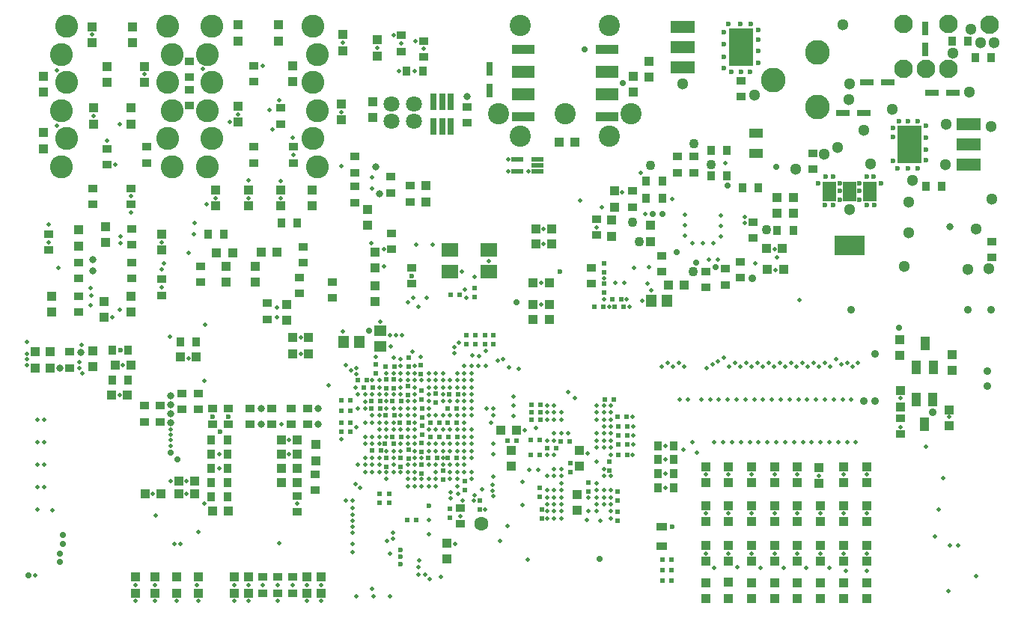
<source format=gbs>
G04 Layer_Color=16711935*
%FSLAX44Y44*%
%MOMM*%
G71*
G01*
G75*
%ADD71C,0.8000*%
%ADD73C,0.5000*%
%ADD74C,0.6000*%
%ADD87C,0.7000*%
%ADD116R,1.1000X1.1000*%
%ADD117R,1.1000X1.1000*%
%ADD118R,0.9000X1.1000*%
%ADD120R,1.1000X0.9000*%
%ADD138R,1.3400X0.5400*%
%ADD139R,1.2446X1.3716*%
%ADD141R,0.5900X0.4900*%
%ADD142R,1.6000X0.7000*%
%ADD149R,0.7000X1.6000*%
%ADD154C,0.1000*%
%ADD155C,2.1000*%
%ADD156C,2.6000*%
%ADD157C,1.8000*%
%ADD158C,2.4000*%
%ADD159C,2.8000*%
%ADD160C,0.9000*%
%ADD161C,1.3000*%
%ADD162C,1.1000*%
%ADD163R,1.1000X1.6000*%
%ADD164R,0.4900X0.5900*%
%ADD165R,2.6000X1.1160*%
%ADD166R,2.6000X1.3700*%
%ADD167R,2.8000X1.4000*%
%ADD168R,2.8000X4.2000*%
%ADD169R,3.4000X2.3000*%
%ADD170R,1.5000X2.3000*%
%ADD171R,1.5000X1.1000*%
%ADD172R,0.7000X1.9000*%
%ADD173R,1.9000X1.5000*%
%ADD174R,1.3016X0.9016*%
%ADD175R,1.3716X1.2446*%
%ADD176C,1.6000*%
D71*
X314000Y951250D02*
D03*
X1320000Y1112000D02*
D03*
X337000Y969000D02*
D03*
X439000Y890000D02*
D03*
X541000Y906000D02*
D03*
Y888000D02*
D03*
X606000Y906000D02*
D03*
Y888000D02*
D03*
X439000Y910000D02*
D03*
Y900000D02*
D03*
Y920000D02*
D03*
X675000Y1149000D02*
D03*
X671000Y1179000D02*
D03*
X774000Y1259000D02*
D03*
X351000Y1062000D02*
D03*
X351000Y1074700D02*
D03*
D73*
X872800Y869551D02*
D03*
X675002Y841999D02*
D03*
X667002D02*
D03*
X659002D02*
D03*
X651002D02*
D03*
X864630Y869720D02*
D03*
X713250Y1031000D02*
D03*
X728250D02*
D03*
X716750Y1091000D02*
D03*
X735250D02*
D03*
X712500Y970000D02*
D03*
X1122000Y1086553D02*
D03*
X872796Y789554D02*
D03*
X864796D02*
D03*
X928800Y893550D02*
D03*
X920799Y861549D02*
D03*
X920796Y845554D02*
D03*
X928796Y837550D02*
D03*
X771000Y890000D02*
D03*
X839550Y881650D02*
D03*
X562000Y753750D02*
D03*
X637000Y802000D02*
D03*
X645000D02*
D03*
X645000Y793000D02*
D03*
X648000Y820000D02*
D03*
X827140Y919190D02*
D03*
X852500Y884250D02*
D03*
X801500Y890000D02*
D03*
X844921Y836666D02*
D03*
X855074D02*
D03*
X659000Y922000D02*
D03*
X651000D02*
D03*
X961750Y853750D02*
D03*
X924798Y779048D02*
D03*
X920800Y789554D02*
D03*
X909800Y779804D02*
D03*
X911800Y789554D02*
D03*
X819750Y773167D02*
D03*
X864800Y909550D02*
D03*
X920796Y821550D02*
D03*
X880796Y821554D02*
D03*
X920796Y797550D02*
D03*
X928796D02*
D03*
X962000Y864900D02*
D03*
X962500Y875250D02*
D03*
X936800Y869550D02*
D03*
X928800D02*
D03*
X872800Y853550D02*
D03*
Y837554D02*
D03*
X779000Y882001D02*
D03*
X804273Y854006D02*
D03*
X778998Y874002D02*
D03*
X804280Y866000D02*
D03*
X880796Y781554D02*
D03*
X1123050Y1062800D02*
D03*
X927000Y1134000D02*
D03*
X480000Y1137000D02*
D03*
X527000Y1164000D02*
D03*
X980000Y1066000D02*
D03*
X1319000Y699010D02*
D03*
X1350000Y716000D02*
D03*
X941998Y1047998D02*
D03*
X963000Y1065000D02*
D03*
X676000Y1004000D02*
D03*
X687000Y989000D02*
D03*
X921000Y1111000D02*
D03*
X861000Y1109000D02*
D03*
Y1092000D02*
D03*
X649000Y885000D02*
D03*
X643000Y949000D02*
D03*
X637000Y955000D02*
D03*
X683000Y826000D02*
D03*
X683000Y834000D02*
D03*
X691000D02*
D03*
X698995Y834005D02*
D03*
X671000Y964500D02*
D03*
X675000Y866000D02*
D03*
X683000Y874000D02*
D03*
X659000Y874000D02*
D03*
X683000Y882000D02*
D03*
X837300Y797050D02*
D03*
X763000Y882000D02*
D03*
X928796Y829550D02*
D03*
X880796Y877554D02*
D03*
X872796Y877550D02*
D03*
X961500Y896750D02*
D03*
X962000Y885500D02*
D03*
X438000Y987000D02*
D03*
X478000Y1001000D02*
D03*
X1039000Y916000D02*
D03*
X1070800Y953000D02*
D03*
X1045400Y952000D02*
D03*
X1051750Y956200D02*
D03*
X1058100Y959000D02*
D03*
X1064450Y963200D02*
D03*
X795000Y971000D02*
D03*
X780000Y966000D02*
D03*
X771000Y954000D02*
D03*
X560000Y688000D02*
D03*
X421000D02*
D03*
X399000D02*
D03*
X609000D02*
D03*
X593000D02*
D03*
X527000D02*
D03*
X511000D02*
D03*
X470000Y688000D02*
D03*
X446000Y688000D02*
D03*
X779002Y938002D02*
D03*
X794999Y953998D02*
D03*
X771000Y850000D02*
D03*
Y842000D02*
D03*
X779000Y898000D02*
D03*
X771000D02*
D03*
Y906000D02*
D03*
X779000D02*
D03*
X837299Y822696D02*
D03*
X936800Y909550D02*
D03*
X928800Y901550D02*
D03*
X936800D02*
D03*
X920800Y877550D02*
D03*
Y869550D02*
D03*
X936796Y813550D02*
D03*
X928796D02*
D03*
X920796Y805550D02*
D03*
X928796D02*
D03*
X936796D02*
D03*
Y797550D02*
D03*
Y789550D02*
D03*
Y781550D02*
D03*
X864796Y781554D02*
D03*
X880796Y789554D02*
D03*
X872796Y797554D02*
D03*
X864796D02*
D03*
Y805554D02*
D03*
X872796D02*
D03*
X880796Y813554D02*
D03*
X872796D02*
D03*
X864796D02*
D03*
X880796Y805554D02*
D03*
X864796Y829554D02*
D03*
X872796D02*
D03*
X888796Y877550D02*
D03*
X864800Y893550D02*
D03*
Y901550D02*
D03*
X872800D02*
D03*
X880800Y893550D02*
D03*
Y901550D02*
D03*
X864800Y853550D02*
D03*
X880796Y797554D02*
D03*
X804280Y829050D02*
D03*
X827140Y897617D02*
D03*
X872800Y893550D02*
D03*
X804277Y897990D02*
D03*
X920800Y909550D02*
D03*
X928800D02*
D03*
X827138Y909554D02*
D03*
X928800Y861550D02*
D03*
X936800Y853550D02*
D03*
Y861550D02*
D03*
X928800Y885550D02*
D03*
X936800Y877550D02*
D03*
X928800D02*
D03*
X770999Y921998D02*
D03*
X779000Y922000D02*
D03*
Y850000D02*
D03*
X771000Y858000D02*
D03*
X778999Y913998D02*
D03*
X771000Y930000D02*
D03*
X779000Y858000D02*
D03*
X707000Y866000D02*
D03*
X715000Y882000D02*
D03*
Y890000D02*
D03*
Y866000D02*
D03*
X731000Y866000D02*
D03*
X739000D02*
D03*
X731000Y882000D02*
D03*
X675000Y898000D02*
D03*
X707000D02*
D03*
X715000D02*
D03*
Y922000D02*
D03*
X731000Y914000D02*
D03*
X763000Y818000D02*
D03*
X747000Y882000D02*
D03*
Y898000D02*
D03*
X755000Y882000D02*
D03*
X747000Y914000D02*
D03*
X674999Y881998D02*
D03*
X722999Y849998D02*
D03*
X747000Y858000D02*
D03*
X699000Y866000D02*
D03*
X771000Y882000D02*
D03*
X731000Y842000D02*
D03*
X746999Y945998D02*
D03*
X763000Y842000D02*
D03*
X699000Y882000D02*
D03*
X715000Y874000D02*
D03*
X746998Y865998D02*
D03*
X763000Y826000D02*
D03*
X770999Y945998D02*
D03*
X738999Y857998D02*
D03*
X691000Y842000D02*
D03*
X779000Y834000D02*
D03*
X683000Y858000D02*
D03*
Y906000D02*
D03*
X699000Y930000D02*
D03*
X715000Y850000D02*
D03*
Y930000D02*
D03*
X739000D02*
D03*
X747000D02*
D03*
X754998Y929998D02*
D03*
X763000Y930000D02*
D03*
X770999Y913998D02*
D03*
X706999Y825998D02*
D03*
Y841998D02*
D03*
X739000Y842000D02*
D03*
X771000Y834000D02*
D03*
X747000Y842000D02*
D03*
X658999Y833999D02*
D03*
X715000Y834000D02*
D03*
X755000Y826000D02*
D03*
X667000Y922000D02*
D03*
X691000Y850000D02*
D03*
X690999Y889998D02*
D03*
X731000Y930000D02*
D03*
X763000Y834000D02*
D03*
X666999Y833999D02*
D03*
X763000Y898000D02*
D03*
X778999Y929998D02*
D03*
X715000Y842000D02*
D03*
X707000Y882000D02*
D03*
X723000Y826000D02*
D03*
X699000Y906000D02*
D03*
X731000Y898000D02*
D03*
X739000Y882000D02*
D03*
X698999Y897998D02*
D03*
X691000Y906000D02*
D03*
X730999Y921998D02*
D03*
X683000Y890000D02*
D03*
X699000Y858000D02*
D03*
X763000Y914000D02*
D03*
X762999Y857998D02*
D03*
X771000Y866000D02*
D03*
X747000Y850000D02*
D03*
X691000Y858000D02*
D03*
Y882000D02*
D03*
X715000Y858000D02*
D03*
X731000Y906000D02*
D03*
X715000Y914000D02*
D03*
X754999Y865998D02*
D03*
X739000Y898000D02*
D03*
X755000D02*
D03*
Y842000D02*
D03*
Y858000D02*
D03*
Y914000D02*
D03*
X763000Y866000D02*
D03*
X747000Y922000D02*
D03*
X771000Y874000D02*
D03*
X779000Y826000D02*
D03*
X755000Y834000D02*
D03*
X715002Y817999D02*
D03*
X738999Y817998D02*
D03*
X731002Y817999D02*
D03*
X723002D02*
D03*
X707002D02*
D03*
X755500Y804000D02*
D03*
X684000Y756000D02*
D03*
X690000Y765000D02*
D03*
Y759000D02*
D03*
X738999Y825998D02*
D03*
X731002Y825996D02*
D03*
X739000Y834000D02*
D03*
X687000Y742000D02*
D03*
Y693000D02*
D03*
X668000D02*
D03*
X649000Y693000D02*
D03*
X714999Y825998D02*
D03*
X645000Y743000D02*
D03*
X477000Y798000D02*
D03*
X494000Y838000D02*
D03*
X1021000Y1101250D02*
D03*
Y1113250D02*
D03*
Y1125250D02*
D03*
X1048000Y1074000D02*
D03*
X443000Y753000D02*
D03*
X450000D02*
D03*
X559000Y1009000D02*
D03*
Y1020600D02*
D03*
X335502Y958502D02*
D03*
X339000Y946000D02*
D03*
X632000Y1241500D02*
D03*
X633434Y1319907D02*
D03*
X632000Y1180000D02*
D03*
X667000Y1155000D02*
D03*
Y1167700D02*
D03*
X276000Y968000D02*
D03*
Y955000D02*
D03*
Y961500D02*
D03*
Y981000D02*
D03*
X373000Y1009000D02*
D03*
X348000Y1042300D02*
D03*
X301000Y1114000D02*
D03*
X429000Y1063000D02*
D03*
X376000Y1182000D02*
D03*
X301000Y1094000D02*
D03*
X429000Y1043000D02*
D03*
X381000Y1228000D02*
D03*
X394000Y1146000D02*
D03*
X350000Y1329000D02*
D03*
X367000Y1209000D02*
D03*
X409000Y1284000D02*
D03*
X352000Y1237000D02*
D03*
X310000Y1289000D02*
D03*
X382000Y1101000D02*
D03*
X820696Y1174500D02*
D03*
Y1187500D02*
D03*
X844000Y1174500D02*
D03*
X1041000Y1092750D02*
D03*
X1053000D02*
D03*
X1029000D02*
D03*
X1061000Y1100750D02*
D03*
Y1112750D02*
D03*
Y1124750D02*
D03*
X1074000Y868000D02*
D03*
X1064000D02*
D03*
X459000Y1082000D02*
D03*
X475000Y1290000D02*
D03*
X515000Y1239000D02*
D03*
X543000Y1294000D02*
D03*
X562000Y1255000D02*
D03*
X577000Y1212000D02*
D03*
X506000Y1230000D02*
D03*
X527000Y1144000D02*
D03*
X563000D02*
D03*
X554000Y1222000D02*
D03*
X563000Y1163000D02*
D03*
X490000Y1144000D02*
D03*
X666999Y897998D02*
D03*
X730999Y857998D02*
D03*
X707000Y874000D02*
D03*
X675000Y850000D02*
D03*
X778998Y945998D02*
D03*
X286000Y717000D02*
D03*
X394000Y1128000D02*
D03*
X421000Y706000D02*
D03*
X399000D02*
D03*
X288000Y867600D02*
D03*
X296000Y816800D02*
D03*
X288000D02*
D03*
Y791400D02*
D03*
X511000Y706000D02*
D03*
X593000D02*
D03*
X609000D02*
D03*
X560000D02*
D03*
X577000D02*
D03*
X543000D02*
D03*
X527000D02*
D03*
X336000Y952000D02*
D03*
X675000Y890000D02*
D03*
X658997Y890000D02*
D03*
X673000Y1314000D02*
D03*
X551000Y1244000D02*
D03*
X700000Y1319000D02*
D03*
X691000Y1328000D02*
D03*
X716000Y1322000D02*
D03*
X725000Y1313000D02*
D03*
X578000Y1193000D02*
D03*
X697000Y1288000D02*
D03*
X715000D02*
D03*
X680000Y1086000D02*
D03*
X659000Y850000D02*
D03*
X667000D02*
D03*
X645000Y779000D02*
D03*
Y786000D02*
D03*
Y772000D02*
D03*
X667000Y890000D02*
D03*
X653000Y816000D02*
D03*
X439000Y882000D02*
D03*
Y876000D02*
D03*
Y870000D02*
D03*
Y864000D02*
D03*
X666000Y1093000D02*
D03*
X296000Y893000D02*
D03*
X288000D02*
D03*
X296000Y867600D02*
D03*
X381000Y921000D02*
D03*
X385000Y955000D02*
D03*
X494000Y854000D02*
D03*
X459000Y963000D02*
D03*
X645000Y765000D02*
D03*
X573000Y870000D02*
D03*
Y854000D02*
D03*
X582000Y798000D02*
D03*
X618000Y932000D02*
D03*
X457000Y809000D02*
D03*
X422000Y785000D02*
D03*
X586000Y986000D02*
D03*
Y968000D02*
D03*
X564000Y888000D02*
D03*
X457000Y824000D02*
D03*
X419000Y809000D02*
D03*
X439000Y824000D02*
D03*
X1006500Y1143000D02*
D03*
X976000Y1126000D02*
D03*
X1088000Y1116000D02*
D03*
X1088000Y1123000D02*
D03*
X1150000Y1029000D02*
D03*
X1066000Y1184000D02*
D03*
X1094000Y868000D02*
D03*
X719000Y726000D02*
D03*
X719000Y718000D02*
D03*
X720000Y734000D02*
D03*
X732000Y713000D02*
D03*
X727000Y718000D02*
D03*
X288000Y842200D02*
D03*
X296000D02*
D03*
X305000Y791000D02*
D03*
X645000Y753000D02*
D03*
X764250Y809000D02*
D03*
X731000Y764000D02*
D03*
X1077150Y957200D02*
D03*
X1089850D02*
D03*
X1102550D02*
D03*
X1115250D02*
D03*
X1127950D02*
D03*
X1140650D02*
D03*
X1153350D02*
D03*
X1166050D02*
D03*
X1178750D02*
D03*
X1191450Y962200D02*
D03*
X1204150Y957200D02*
D03*
X1059000Y916000D02*
D03*
X1084000Y868000D02*
D03*
X1114000D02*
D03*
X1104000D02*
D03*
X1194000D02*
D03*
X1144000D02*
D03*
X1204000D02*
D03*
X1214000D02*
D03*
X1079000Y916000D02*
D03*
X1109000D02*
D03*
X1099000D02*
D03*
X1089000D02*
D03*
X1159000Y916000D02*
D03*
X1179000Y916000D02*
D03*
X1169000D02*
D03*
X1199000D02*
D03*
X1189000Y916000D02*
D03*
X1209000Y916000D02*
D03*
X1049000D02*
D03*
X1054000Y868000D02*
D03*
X1083500Y953000D02*
D03*
X1121600D02*
D03*
X1134300D02*
D03*
X1108900D02*
D03*
X1096200D02*
D03*
X1172400D02*
D03*
X1185100D02*
D03*
X1159700D02*
D03*
X1210500D02*
D03*
X1197800Y956000D02*
D03*
X1007300Y953000D02*
D03*
X994600D02*
D03*
X1020000D02*
D03*
X1013650Y957200D02*
D03*
X1000950D02*
D03*
X1147000Y953000D02*
D03*
X755250Y811000D02*
D03*
X787000Y954000D02*
D03*
X779000D02*
D03*
X788000Y965000D02*
D03*
X1216350Y957200D02*
D03*
X762998Y945998D02*
D03*
X1069000Y916000D02*
D03*
X731000Y946000D02*
D03*
X738999Y945998D02*
D03*
X723000Y938000D02*
D03*
X739001Y937998D02*
D03*
X747001D02*
D03*
X755001D02*
D03*
X731001D02*
D03*
X771001D02*
D03*
X763000Y938000D02*
D03*
X895971Y917460D02*
D03*
X680000Y1067000D02*
D03*
X718998Y1020998D02*
D03*
X707750Y1026000D02*
D03*
X858000Y1024000D02*
D03*
X694000Y989000D02*
D03*
X701000D02*
D03*
X858000Y1048000D02*
D03*
X799000Y1073000D02*
D03*
X773000Y1031000D02*
D03*
X772000Y1040920D02*
D03*
X783000Y1055000D02*
D03*
X1184000Y868000D02*
D03*
X1174000D02*
D03*
X1164000D02*
D03*
X1139000Y916000D02*
D03*
X1149000Y916000D02*
D03*
X1154000Y868000D02*
D03*
X1129000Y916000D02*
D03*
X1119000Y916000D02*
D03*
X1124000Y868000D02*
D03*
X1134000D02*
D03*
X1044000Y742000D02*
D03*
X1069973Y742000D02*
D03*
X1096000Y742000D02*
D03*
X1122000D02*
D03*
X1148000D02*
D03*
X1174000D02*
D03*
X1200000D02*
D03*
X1226000D02*
D03*
X1226000Y787000D02*
D03*
X1200000D02*
D03*
X1174000D02*
D03*
X1148000D02*
D03*
X1122000D02*
D03*
X1096000D02*
D03*
X1069974Y787000D02*
D03*
X1044000Y787000D02*
D03*
X1226000Y831000D02*
D03*
X1200000D02*
D03*
X1148000D02*
D03*
X1122000D02*
D03*
X1096000D02*
D03*
X1069974Y831000D02*
D03*
X1044000Y831000D02*
D03*
X1172000Y830000D02*
D03*
X1053973Y725974D02*
D03*
X1080000Y726046D02*
D03*
X1106000Y725974D02*
D03*
X1132000D02*
D03*
X1157973D02*
D03*
X1183973Y725974D02*
D03*
X1202973Y721973D02*
D03*
X1225974Y721973D02*
D03*
X815000Y962000D02*
D03*
X769000Y802000D02*
D03*
X768000Y1061000D02*
D03*
X952000Y1048000D02*
D03*
X1293000Y863000D02*
D03*
X999000Y816000D02*
D03*
X1034000Y856000D02*
D03*
X1029000Y868000D02*
D03*
X1019000Y859000D02*
D03*
X1303500Y761500D02*
D03*
X1313000Y827000D02*
D03*
X1320000Y751000D02*
D03*
X1330000D02*
D03*
X1015000Y916000D02*
D03*
X1024000Y916000D02*
D03*
X999000Y864000D02*
D03*
Y848000D02*
D03*
Y832000D02*
D03*
X978000Y1047000D02*
D03*
X1125000Y1077000D02*
D03*
X1100000Y1070000D02*
D03*
X1058000Y1074000D02*
D03*
X1308000Y792000D02*
D03*
X745000Y715000D02*
D03*
X667000Y702000D02*
D03*
X949750Y1150500D02*
D03*
X649000Y945000D02*
D03*
Y952000D02*
D03*
X659000Y866000D02*
D03*
X667000Y866000D02*
D03*
X667000Y874000D02*
D03*
X675000Y874000D02*
D03*
X632080Y871000D02*
D03*
X971000Y1173000D02*
D03*
X761000Y752750D02*
D03*
X429000Y1094000D02*
D03*
X382000Y1093100D02*
D03*
X348000Y1023000D02*
D03*
X338484Y978000D02*
D03*
X465000Y1103000D02*
D03*
X431000Y1070000D02*
D03*
X381000Y1018000D02*
D03*
X310000Y1226000D02*
D03*
X469000Y706000D02*
D03*
X470000Y766000D02*
D03*
X888810Y924540D02*
D03*
X803500Y807000D02*
D03*
X910752Y855502D02*
D03*
X674999Y833999D02*
D03*
X707000Y834000D02*
D03*
X920796Y813550D02*
D03*
X911250Y805250D02*
D03*
X880800Y829554D02*
D03*
Y837554D02*
D03*
X779000Y866000D02*
D03*
X936796Y829550D02*
D03*
X1319500Y896500D02*
D03*
X1264250Y918000D02*
D03*
Y884750D02*
D03*
X699000Y922000D02*
D03*
X675000Y938000D02*
D03*
X667000D02*
D03*
X683000Y914000D02*
D03*
X674999Y929998D02*
D03*
X675000Y922000D02*
D03*
X691000Y922000D02*
D03*
X683000Y922000D02*
D03*
X658999Y905998D02*
D03*
X651000Y906000D02*
D03*
X658800Y913900D02*
D03*
X707000Y906000D02*
D03*
X715000D02*
D03*
X707000Y914000D02*
D03*
X634000Y993250D02*
D03*
X648250Y929750D02*
D03*
X682999Y945998D02*
D03*
X691000Y963500D02*
D03*
X699000Y962000D02*
D03*
X715000Y954000D02*
D03*
X722000Y964000D02*
D03*
X699000Y954000D02*
D03*
X715000Y946000D02*
D03*
X707000D02*
D03*
X699000D02*
D03*
X691000D02*
D03*
X715000Y938000D02*
D03*
X706999Y937998D02*
D03*
X698999D02*
D03*
X687919Y976169D02*
D03*
X794500Y791750D02*
D03*
X731187Y779563D02*
D03*
X929000Y1053625D02*
D03*
X954500Y1029250D02*
D03*
X934875Y1020750D02*
D03*
X929000Y1029250D02*
D03*
X982419Y1039919D02*
D03*
X972123Y1028127D02*
D03*
X822000Y952750D02*
D03*
X958000Y1020750D02*
D03*
X936800Y885550D02*
D03*
X872800Y909550D02*
D03*
X936800Y893550D02*
D03*
X809000Y960000D02*
D03*
X832250Y951000D02*
D03*
X796660Y906002D02*
D03*
X804280D02*
D03*
X803290Y819380D02*
D03*
X803270Y813030D02*
D03*
X791140Y814710D02*
D03*
X811830Y756420D02*
D03*
X766750Y783750D02*
D03*
X783000Y808000D02*
D03*
X760000Y975679D02*
D03*
X760037Y968297D02*
D03*
X765000Y980500D02*
D03*
X781538Y801462D02*
D03*
X842420Y734750D02*
D03*
X920796Y901550D02*
D03*
X920800Y893550D02*
D03*
X872796Y781554D02*
D03*
X466250Y1116250D02*
D03*
X477000Y937000D02*
D03*
X901750Y1141500D02*
D03*
X312000Y1065000D02*
D03*
X349250Y1033500D02*
D03*
D74*
X1242750Y1161000D02*
D03*
X1234250Y1168500D02*
D03*
X1226000D02*
D03*
X1218250Y1161000D02*
D03*
Y1152000D02*
D03*
X1226000Y1136000D02*
D03*
X1235000D02*
D03*
X1218250Y1142000D02*
D03*
X1195750D02*
D03*
X699000Y746000D02*
D03*
Y738000D02*
D03*
Y730000D02*
D03*
X731000Y796000D02*
D03*
X1256000Y1223000D02*
D03*
Y1186000D02*
D03*
Y1213000D02*
D03*
X1293000Y1212000D02*
D03*
Y1199000D02*
D03*
Y1187000D02*
D03*
Y1226000D02*
D03*
X1284000Y1231000D02*
D03*
X1273000D02*
D03*
X1263000D02*
D03*
X1273000Y1178000D02*
D03*
X1261000D02*
D03*
X1284000D02*
D03*
X1094000Y1287000D02*
D03*
X1084000D02*
D03*
X1073000D02*
D03*
X1065000Y1318000D02*
D03*
Y1304000D02*
D03*
Y1291000D02*
D03*
X1070000Y1341000D02*
D03*
X1083000D02*
D03*
X1095000D02*
D03*
X1104000Y1334000D02*
D03*
Y1323000D02*
D03*
Y1311000D02*
D03*
Y1297000D02*
D03*
X1179000Y1136000D02*
D03*
X1188000D02*
D03*
X1195750Y1152000D02*
D03*
Y1161000D02*
D03*
X1188000Y1168500D02*
D03*
X1179750D02*
D03*
X1171250Y1161000D02*
D03*
X486000Y897000D02*
D03*
X504000D02*
D03*
X382000Y972000D02*
D03*
X495000Y880000D02*
D03*
X1065000Y1332000D02*
D03*
X712000Y1056000D02*
D03*
X879000Y1061000D02*
D03*
X1006000Y772000D02*
D03*
D87*
X907000Y1312000D02*
D03*
X950500Y1274500D02*
D03*
X924000Y736000D02*
D03*
X447000Y848000D02*
D03*
X278000Y717200D02*
D03*
X314000Y732000D02*
D03*
Y742000D02*
D03*
X317000Y753000D02*
D03*
Y763000D02*
D03*
X439000Y856000D02*
D03*
X984000Y1126000D02*
D03*
X995000D02*
D03*
X1069000Y1158000D02*
D03*
X1124000Y1179000D02*
D03*
X663000Y993949D02*
D03*
X1263000Y997000D02*
D03*
X1011000Y1083000D02*
D03*
X1033000Y1071000D02*
D03*
X1055000Y1066000D02*
D03*
X830000Y1026000D02*
D03*
D116*
X870000Y1109000D02*
D03*
X852000D02*
D03*
X870000Y1092000D02*
D03*
X852000D02*
D03*
X509000Y1082000D02*
D03*
X491000D02*
D03*
X541000Y1083000D02*
D03*
X559000D02*
D03*
X896000Y1207000D02*
D03*
X878000D02*
D03*
X564000Y870000D02*
D03*
X582000D02*
D03*
X564000Y854000D02*
D03*
X582000D02*
D03*
X564000Y838000D02*
D03*
X582000D02*
D03*
X564000Y822000D02*
D03*
X582000D02*
D03*
X376000Y955000D02*
D03*
X394000D02*
D03*
X372000Y921000D02*
D03*
X390000D02*
D03*
X504000Y790000D02*
D03*
X486000D02*
D03*
X450000Y964000D02*
D03*
X468000D02*
D03*
X466000Y809000D02*
D03*
X448000D02*
D03*
X428000D02*
D03*
X410000D02*
D03*
X466000Y824000D02*
D03*
X448000D02*
D03*
X595000Y986000D02*
D03*
X577000D02*
D03*
X595000Y968000D02*
D03*
X577000D02*
D03*
X1020000Y1046000D02*
D03*
X1002000D02*
D03*
X1125000Y1127000D02*
D03*
X1143000D02*
D03*
X1125000Y1145000D02*
D03*
X1143000D02*
D03*
X849000Y1007000D02*
D03*
X867000D02*
D03*
X849000Y1024000D02*
D03*
X867000D02*
D03*
X849000Y1048000D02*
D03*
X867000D02*
D03*
X830450Y881550D02*
D03*
X812450D02*
D03*
X1132000Y1063000D02*
D03*
X1114000D02*
D03*
X1131000Y1087000D02*
D03*
X1113000D02*
D03*
D117*
X901300Y840800D02*
D03*
Y858800D02*
D03*
X824100Y840600D02*
D03*
Y858600D02*
D03*
X938000Y1101000D02*
D03*
Y1119000D02*
D03*
X898800Y808400D02*
D03*
Y790400D02*
D03*
X982000Y1095000D02*
D03*
Y1113000D02*
D03*
X667250Y1235000D02*
D03*
Y1253000D02*
D03*
X570000Y1006000D02*
D03*
Y1024000D02*
D03*
X670000Y1027000D02*
D03*
Y1045000D02*
D03*
X502000Y1067000D02*
D03*
Y1049000D02*
D03*
X535000Y1067000D02*
D03*
Y1049000D02*
D03*
X470000Y697000D02*
D03*
Y715000D02*
D03*
X446000Y697000D02*
D03*
Y715000D02*
D03*
X421000Y697000D02*
D03*
Y715000D02*
D03*
X399000Y697000D02*
D03*
Y715000D02*
D03*
X632000Y1250500D02*
D03*
Y1232500D02*
D03*
X633434Y1328907D02*
D03*
Y1310907D02*
D03*
X941000Y1152000D02*
D03*
Y1134000D02*
D03*
X980000Y1299000D02*
D03*
Y1281000D02*
D03*
X728000Y1140000D02*
D03*
Y1158000D02*
D03*
X662000Y1131000D02*
D03*
Y1113000D02*
D03*
X304500Y1015250D02*
D03*
Y1033250D02*
D03*
X335000Y1108000D02*
D03*
Y1090000D02*
D03*
X352000Y1228000D02*
D03*
Y1246000D02*
D03*
X409000Y1275000D02*
D03*
Y1293000D02*
D03*
X394000Y1228000D02*
D03*
Y1246000D02*
D03*
X396000Y1320000D02*
D03*
Y1338000D02*
D03*
X365000Y1112000D02*
D03*
Y1094000D02*
D03*
X295000Y1218000D02*
D03*
Y1200000D02*
D03*
X364000Y1027000D02*
D03*
Y1009000D02*
D03*
X286000Y970000D02*
D03*
Y952000D02*
D03*
X303000Y970000D02*
D03*
Y952000D02*
D03*
X367000Y1293000D02*
D03*
Y1275000D02*
D03*
X295000Y1282000D02*
D03*
Y1264000D02*
D03*
X350000Y1338000D02*
D03*
Y1320000D02*
D03*
X351000Y971000D02*
D03*
Y953000D02*
D03*
X394000Y1033000D02*
D03*
Y1015000D02*
D03*
X429000Y1103000D02*
D03*
Y1085000D02*
D03*
X515000Y1340000D02*
D03*
Y1322000D02*
D03*
X561000Y1340000D02*
D03*
Y1322000D02*
D03*
X577000Y1276000D02*
D03*
Y1294000D02*
D03*
X515000Y1230000D02*
D03*
Y1248000D02*
D03*
X563000Y1153000D02*
D03*
Y1135000D02*
D03*
X527000D02*
D03*
Y1153000D02*
D03*
X490000D02*
D03*
Y1135000D02*
D03*
X599000D02*
D03*
Y1153000D02*
D03*
X962000Y1264000D02*
D03*
Y1282000D02*
D03*
X673000Y1323000D02*
D03*
Y1305000D02*
D03*
X670000Y1083000D02*
D03*
Y1065000D02*
D03*
X603000Y847000D02*
D03*
Y865000D02*
D03*
X1226000Y751000D02*
D03*
Y733000D02*
D03*
X1225974Y691000D02*
D03*
Y709000D02*
D03*
X1200000Y840000D02*
D03*
Y822000D02*
D03*
X1199973Y691000D02*
D03*
Y709000D02*
D03*
X1174000Y751000D02*
D03*
Y733000D02*
D03*
X1173973Y691000D02*
D03*
Y709000D02*
D03*
X1148000Y751000D02*
D03*
Y733000D02*
D03*
X1147973Y691000D02*
D03*
Y709000D02*
D03*
X1122000Y751000D02*
D03*
Y733000D02*
D03*
X1122000Y796000D02*
D03*
Y778000D02*
D03*
X1096000Y751000D02*
D03*
Y733000D02*
D03*
Y691000D02*
D03*
Y709000D02*
D03*
X1069973Y751000D02*
D03*
Y733000D02*
D03*
X1070000Y691072D02*
D03*
Y709072D02*
D03*
X1044000Y840000D02*
D03*
Y822000D02*
D03*
X1043973Y691000D02*
D03*
Y709000D02*
D03*
X1226000Y822000D02*
D03*
Y840000D02*
D03*
Y778000D02*
D03*
Y796000D02*
D03*
X1200000Y733000D02*
D03*
Y751000D02*
D03*
X1200000Y778000D02*
D03*
Y796000D02*
D03*
X1172000Y821000D02*
D03*
Y839000D02*
D03*
X1174000Y778000D02*
D03*
Y796000D02*
D03*
X1148000Y822000D02*
D03*
Y840000D02*
D03*
Y778000D02*
D03*
Y796000D02*
D03*
X1122000Y822000D02*
D03*
Y840000D02*
D03*
X1122000Y709000D02*
D03*
Y691000D02*
D03*
X1096000Y822000D02*
D03*
Y840000D02*
D03*
Y778000D02*
D03*
Y796000D02*
D03*
X1070000Y822000D02*
D03*
Y840000D02*
D03*
Y778000D02*
D03*
Y796000D02*
D03*
X1044000Y733000D02*
D03*
Y751000D02*
D03*
X1044000Y778000D02*
D03*
Y796000D02*
D03*
X751250Y735500D02*
D03*
Y753500D02*
D03*
X1264250Y926000D02*
D03*
Y908000D02*
D03*
X1322750Y949000D02*
D03*
Y967000D02*
D03*
X1263250Y984000D02*
D03*
Y966000D02*
D03*
X1319750Y904500D02*
D03*
Y886500D02*
D03*
X527000Y715000D02*
D03*
Y697000D02*
D03*
X511000Y715000D02*
D03*
Y697000D02*
D03*
X593000Y715000D02*
D03*
Y697000D02*
D03*
X609000Y715000D02*
D03*
Y697000D02*
D03*
D118*
X564000Y1116000D02*
D03*
X582000D02*
D03*
X481250Y1103000D02*
D03*
X499250D02*
D03*
X1068000Y1198000D02*
D03*
X1050000D02*
D03*
X1068000Y1169000D02*
D03*
X1050000D02*
D03*
X1311000Y1157000D02*
D03*
X1293000D02*
D03*
X1323000Y1322000D02*
D03*
X1341000D02*
D03*
X1349000Y1303000D02*
D03*
X1367000D02*
D03*
X724000Y1288000D02*
D03*
X706000D02*
D03*
X485000Y854000D02*
D03*
X503000D02*
D03*
X485000Y838000D02*
D03*
X503000D02*
D03*
X485000Y822000D02*
D03*
X503000D02*
D03*
X485000Y870000D02*
D03*
X503000D02*
D03*
X373000Y938000D02*
D03*
X391000D02*
D03*
X373000Y972000D02*
D03*
X391000D02*
D03*
X503000Y806000D02*
D03*
X485000D02*
D03*
X450000Y981000D02*
D03*
X468000D02*
D03*
X995000Y1144000D02*
D03*
X977000D02*
D03*
Y1163000D02*
D03*
X995000D02*
D03*
X1143000Y1107000D02*
D03*
X1125000D02*
D03*
X1104000Y1156000D02*
D03*
X1086000D02*
D03*
X1008000Y832000D02*
D03*
X990000D02*
D03*
X1008000Y816000D02*
D03*
X990000D02*
D03*
X1008000Y848000D02*
D03*
X990000D02*
D03*
X1008000Y864000D02*
D03*
X990000D02*
D03*
D120*
X921000Y1120000D02*
D03*
Y1102000D02*
D03*
X712000Y1047000D02*
D03*
Y1065000D02*
D03*
X1098000Y1117000D02*
D03*
Y1099000D02*
D03*
X1044000Y1061000D02*
D03*
Y1043000D02*
D03*
X647000Y1191000D02*
D03*
Y1173000D02*
D03*
Y1139000D02*
D03*
Y1157000D02*
D03*
X710000Y1158000D02*
D03*
Y1140000D02*
D03*
X622000Y1031000D02*
D03*
Y1049000D02*
D03*
X585000Y1054000D02*
D03*
Y1036000D02*
D03*
X335000Y1053000D02*
D03*
Y1071000D02*
D03*
X301000Y1103000D02*
D03*
Y1085000D02*
D03*
X1031000Y1191000D02*
D03*
Y1173000D02*
D03*
X725000Y1304000D02*
D03*
Y1322000D02*
D03*
X548000Y1025000D02*
D03*
Y1007000D02*
D03*
X589000Y1071000D02*
D03*
Y1089000D02*
D03*
X395000Y1053000D02*
D03*
Y1071000D02*
D03*
X325000Y952000D02*
D03*
Y970000D02*
D03*
X429000Y1052000D02*
D03*
Y1034000D02*
D03*
X1066000Y1046000D02*
D03*
Y1064000D02*
D03*
X1165000Y1195000D02*
D03*
Y1177000D02*
D03*
X1084000Y1277000D02*
D03*
Y1259000D02*
D03*
X1368000Y1095000D02*
D03*
Y1077000D02*
D03*
X774000Y1229000D02*
D03*
Y1247000D02*
D03*
X367000Y1200000D02*
D03*
Y1182000D02*
D03*
X412000Y1202000D02*
D03*
Y1184000D02*
D03*
X394000Y1155000D02*
D03*
Y1137000D02*
D03*
X351000Y1155000D02*
D03*
Y1137000D02*
D03*
X335000Y1014900D02*
D03*
Y1032900D02*
D03*
X395226Y1109100D02*
D03*
Y1091100D02*
D03*
X473000Y1049000D02*
D03*
Y1067000D02*
D03*
X460500Y1299000D02*
D03*
Y1281000D02*
D03*
Y1267000D02*
D03*
Y1249000D02*
D03*
X533000Y1294000D02*
D03*
Y1276000D02*
D03*
Y1202000D02*
D03*
Y1184000D02*
D03*
X578000D02*
D03*
Y1202000D02*
D03*
X563000Y1228000D02*
D03*
Y1246000D02*
D03*
X409000Y891000D02*
D03*
Y909000D02*
D03*
X427000D02*
D03*
Y891000D02*
D03*
X504000Y888000D02*
D03*
Y906000D02*
D03*
X486000Y888000D02*
D03*
Y906000D02*
D03*
X553000Y888000D02*
D03*
Y906000D02*
D03*
X594000D02*
D03*
Y888000D02*
D03*
X575000D02*
D03*
Y906000D02*
D03*
X529000D02*
D03*
Y888000D02*
D03*
X452000Y905000D02*
D03*
Y923000D02*
D03*
X470000D02*
D03*
Y905000D02*
D03*
X700000Y1310000D02*
D03*
Y1328000D02*
D03*
X688000Y1150000D02*
D03*
Y1168000D02*
D03*
X689000Y1086000D02*
D03*
Y1104000D02*
D03*
X582000Y807000D02*
D03*
Y789000D02*
D03*
X1083000Y1072000D02*
D03*
Y1054000D02*
D03*
X961000Y1134000D02*
D03*
Y1152000D02*
D03*
X994000Y1061000D02*
D03*
Y1079000D02*
D03*
X1012000Y1191000D02*
D03*
Y1173000D02*
D03*
X915000Y1065000D02*
D03*
Y1047000D02*
D03*
X766750Y775500D02*
D03*
Y793500D02*
D03*
X1264250Y876750D02*
D03*
Y894750D02*
D03*
X602750Y831250D02*
D03*
Y813250D02*
D03*
X560000Y697000D02*
D03*
Y715000D02*
D03*
X543000D02*
D03*
Y697000D02*
D03*
X577000D02*
D03*
Y715000D02*
D03*
D138*
X854000Y1187500D02*
D03*
Y1181000D02*
D03*
Y1174500D02*
D03*
X830696D02*
D03*
Y1187500D02*
D03*
D139*
X634169Y980873D02*
D03*
X651949D02*
D03*
X982419Y1028123D02*
D03*
X1000199D02*
D03*
D141*
X752420Y889750D02*
D03*
X762580D02*
D03*
X752420Y850000D02*
D03*
X762580D02*
D03*
X752420Y906000D02*
D03*
X762580D02*
D03*
X753670Y922000D02*
D03*
X763830D02*
D03*
X665920Y914000D02*
D03*
X676080D02*
D03*
X699830D02*
D03*
X689670D02*
D03*
X700080Y874000D02*
D03*
X689920D02*
D03*
X681420Y866000D02*
D03*
X691580D02*
D03*
X708330Y890000D02*
D03*
X698170D02*
D03*
X732420D02*
D03*
X742580D02*
D03*
X732670Y874000D02*
D03*
X742830D02*
D03*
X657170Y929750D02*
D03*
X667330D02*
D03*
X681670Y898000D02*
D03*
X691830D02*
D03*
X650420Y938000D02*
D03*
X660580D02*
D03*
X665920Y906000D02*
D03*
X676080D02*
D03*
X740580Y850000D02*
D03*
X730420D02*
D03*
X676830Y858250D02*
D03*
X666670D02*
D03*
X846670Y901500D02*
D03*
X856830D02*
D03*
X846420Y870250D02*
D03*
X856580D02*
D03*
X955080Y885500D02*
D03*
X944920D02*
D03*
X955080Y853500D02*
D03*
X944920D02*
D03*
X955080Y865000D02*
D03*
X944920D02*
D03*
X846670Y910000D02*
D03*
X856830D02*
D03*
X846670Y893000D02*
D03*
X856830D02*
D03*
X954580Y896750D02*
D03*
X944420D02*
D03*
X940580Y916000D02*
D03*
X930420D02*
D03*
X875330Y860750D02*
D03*
X865170D02*
D03*
X955330Y875250D02*
D03*
X945170D02*
D03*
X879920Y868500D02*
D03*
X890080D02*
D03*
X856080Y853500D02*
D03*
X845920D02*
D03*
X755920Y1035000D02*
D03*
X766080D02*
D03*
X1005160Y711000D02*
D03*
X995000D02*
D03*
X1005080Y723000D02*
D03*
X994920D02*
D03*
X1005080Y735000D02*
D03*
X994920D02*
D03*
X631920Y880000D02*
D03*
X642080D02*
D03*
X631920Y890000D02*
D03*
X642080D02*
D03*
X631920Y903000D02*
D03*
X642080D02*
D03*
X706827Y779563D02*
D03*
X716987D02*
D03*
X941420Y1020750D02*
D03*
X951580D02*
D03*
X752670Y873750D02*
D03*
X762830D02*
D03*
X829780Y869900D02*
D03*
X819620D02*
D03*
X631920Y915000D02*
D03*
X642080D02*
D03*
X681670Y953250D02*
D03*
X691830D02*
D03*
X928330Y1020750D02*
D03*
X918170D02*
D03*
X938170Y1029250D02*
D03*
X948330D02*
D03*
D142*
X1198984Y1240000D02*
D03*
X1223000D02*
D03*
X1250008Y1275000D02*
D03*
X1225992D02*
D03*
X1324008Y1263000D02*
D03*
X1299992D02*
D03*
D149*
X1292000Y1311992D02*
D03*
Y1336008D02*
D03*
X800000Y1265992D02*
D03*
Y1290008D02*
D03*
D154*
X285000Y1340000D02*
D03*
X1365000Y697000D02*
D03*
X285000D02*
D03*
X761750Y1278000D02*
D03*
X641350D02*
D03*
D155*
X1365000Y1340000D02*
D03*
X1318430Y1340910D02*
D03*
X1293030Y1290110D02*
D03*
X1267630D02*
D03*
Y1340910D02*
D03*
X1318430Y1290110D02*
D03*
D156*
X315750Y1179000D02*
D03*
Y1306000D02*
D03*
Y1242500D02*
D03*
X321250Y1338500D02*
D03*
Y1275000D02*
D03*
X435250Y1211500D02*
D03*
Y1275000D02*
D03*
X321250Y1211500D02*
D03*
X435250Y1338500D02*
D03*
X440750Y1179000D02*
D03*
Y1242500D02*
D03*
Y1306000D02*
D03*
X480250Y1179000D02*
D03*
Y1306000D02*
D03*
Y1242500D02*
D03*
X485750Y1338500D02*
D03*
Y1275000D02*
D03*
X599750Y1211500D02*
D03*
Y1275000D02*
D03*
X485750Y1211500D02*
D03*
X599750Y1338500D02*
D03*
X605250Y1179000D02*
D03*
Y1242500D02*
D03*
Y1306000D02*
D03*
D157*
X689050Y1250900D02*
D03*
X714050D02*
D03*
X689050Y1230900D02*
D03*
X714050D02*
D03*
D158*
X834750Y1339500D02*
D03*
X934750D02*
D03*
Y1214500D02*
D03*
X834750D02*
D03*
X809750Y1239500D02*
D03*
X959750D02*
D03*
X884750D02*
D03*
D159*
X1120430Y1277910D02*
D03*
X1170430Y1246910D02*
D03*
Y1308910D02*
D03*
D160*
X1301000Y901500D02*
D03*
X1362300Y948000D02*
D03*
Y931000D02*
D03*
X1341000Y1018000D02*
D03*
X1367000D02*
D03*
X1097000Y1053000D02*
D03*
X1223200Y914000D02*
D03*
X1235900D02*
D03*
X1209000Y1018000D02*
D03*
X1235900Y968000D02*
D03*
D161*
X1231000Y1183000D02*
D03*
X1342000Y1264000D02*
D03*
X1223000Y1221000D02*
D03*
X1278000Y1164000D02*
D03*
X1370000Y1320000D02*
D03*
X1341000Y1063000D02*
D03*
X1274000Y1105000D02*
D03*
X1368000Y1143000D02*
D03*
X1350000Y1109500D02*
D03*
X1199000Y1340000D02*
D03*
X1315000Y1182000D02*
D03*
X1324000Y1308000D02*
D03*
X1316000Y1228000D02*
D03*
X1146000Y1177000D02*
D03*
X1269000Y1067000D02*
D03*
X1274000Y1140000D02*
D03*
X1255000Y1245000D02*
D03*
X1367000Y1225000D02*
D03*
X1364000Y1064000D02*
D03*
X1355000Y1320000D02*
D03*
X1344000Y1335000D02*
D03*
X1206000Y1256000D02*
D03*
X1207000Y1273000D02*
D03*
X1178000Y1194000D02*
D03*
X1099000Y1261000D02*
D03*
X1018000Y1273000D02*
D03*
X1207000Y1131000D02*
D03*
X1193000Y1200992D02*
D03*
D162*
X1031000Y1206000D02*
D03*
X982000Y1181000D02*
D03*
X1113000Y1108000D02*
D03*
X1050000Y1182000D02*
D03*
X969000Y1095000D02*
D03*
X961000Y1117000D02*
D03*
X1030000Y1061000D02*
D03*
D163*
X1292000Y979930D02*
D03*
X1301500Y952070D02*
D03*
X1282500D02*
D03*
X1291750Y887820D02*
D03*
X1282250Y915680D02*
D03*
X1301250D02*
D03*
D164*
X722000Y945170D02*
D03*
Y955330D02*
D03*
X747000Y835330D02*
D03*
Y825170D02*
D03*
X929000Y1070330D02*
D03*
Y1060170D02*
D03*
X691000Y939330D02*
D03*
Y929170D02*
D03*
X723000Y915920D02*
D03*
Y926080D02*
D03*
X739000Y912920D02*
D03*
Y923080D02*
D03*
X707750Y920920D02*
D03*
Y931080D02*
D03*
X708500Y859330D02*
D03*
Y849170D02*
D03*
X723250Y896170D02*
D03*
Y906330D02*
D03*
X699000Y840170D02*
D03*
Y850330D02*
D03*
X723250Y886080D02*
D03*
Y875920D02*
D03*
X671000Y956080D02*
D03*
Y945920D02*
D03*
X683000Y939080D02*
D03*
Y928920D02*
D03*
X682750Y840170D02*
D03*
Y850330D02*
D03*
X723000Y867330D02*
D03*
Y857170D02*
D03*
Y832670D02*
D03*
Y842830D02*
D03*
X944500Y778920D02*
D03*
Y789080D02*
D03*
X935250Y846080D02*
D03*
Y835920D02*
D03*
X856250Y815830D02*
D03*
Y805670D02*
D03*
X858500Y781420D02*
D03*
Y791580D02*
D03*
X890750Y843830D02*
D03*
Y833670D02*
D03*
X911250Y821830D02*
D03*
Y811670D02*
D03*
X944500Y801920D02*
D03*
Y812080D02*
D03*
X783000Y1031920D02*
D03*
Y1042080D02*
D03*
X788500Y791920D02*
D03*
Y802080D02*
D03*
X686000Y798920D02*
D03*
Y809080D02*
D03*
X675000Y798920D02*
D03*
Y809080D02*
D03*
X772000Y813920D02*
D03*
Y824080D02*
D03*
X755000Y792080D02*
D03*
Y781920D02*
D03*
X773250Y978920D02*
D03*
Y989080D02*
D03*
X804250D02*
D03*
Y978920D02*
D03*
X783813Y989173D02*
D03*
Y979013D02*
D03*
X794250Y978920D02*
D03*
Y989080D02*
D03*
X929000Y1036920D02*
D03*
Y1047080D02*
D03*
X708000Y963080D02*
D03*
Y952920D02*
D03*
D165*
X932350Y1312450D02*
D03*
X837650D02*
D03*
X932350Y1236250D02*
D03*
X837650D02*
D03*
D166*
X932350Y1287050D02*
D03*
Y1261650D02*
D03*
X837650Y1287050D02*
D03*
Y1261650D02*
D03*
D167*
X1017916Y1292000D02*
D03*
Y1315000D02*
D03*
Y1338000D02*
D03*
X1341084Y1228000D02*
D03*
Y1205000D02*
D03*
Y1182000D02*
D03*
D168*
X1084449Y1315000D02*
D03*
X1274551Y1205000D02*
D03*
D169*
X1207000Y1090250D02*
D03*
D170*
X1230000Y1151750D02*
D03*
X1207000D02*
D03*
X1184000D02*
D03*
D171*
X1101000Y1217430D02*
D03*
Y1194570D02*
D03*
D172*
X736500Y1224776D02*
D03*
X746000D02*
D03*
X755500D02*
D03*
Y1253224D02*
D03*
X746000D02*
D03*
X736500D02*
D03*
D173*
X799000Y1061000D02*
D03*
X755000D02*
D03*
X799000Y1085000D02*
D03*
X755000D02*
D03*
D174*
X994000Y772000D02*
D03*
Y750000D02*
D03*
D175*
X676127Y976169D02*
D03*
Y993949D02*
D03*
D176*
X790000Y775250D02*
D03*
M02*

</source>
